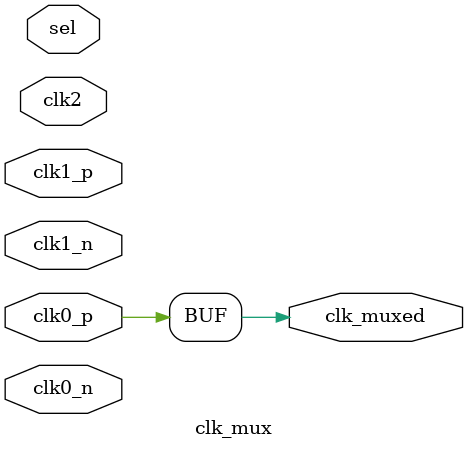
<source format=v>


module clk_mux (
    input       clk0_p,
    input       clk0_n,
    input       clk1_p,
    input       clk1_n,
    input       clk2,

    input [1:0] sel,

    output      clk_muxed
);

// Clock mux not used in fpga and
// simulation fake clk mux.  Anything
// that uses the differential clock
// should assume only the positive
// signal is valid in this case.  
// Also, since the clock mux is not used
// in fpga and simulation we just statically
// assign clk0 to output
`ifdef PITON_FPGA_SYNTH
assign clk_muxed = clk0_p;
`elsif USE_FAKE_PLL_AND_CLKMUX
assign clk_muxed = clk0_p;
`else
// PUT REAL CLOCK MUX FOR SYNTHESIS AND BACKEND HERE
// BELOW IS A DUMMY SO FUNCTIONALITY IS MAINTAINED
assign clk_muxed = clk0_p;
`endif

endmodule

</source>
